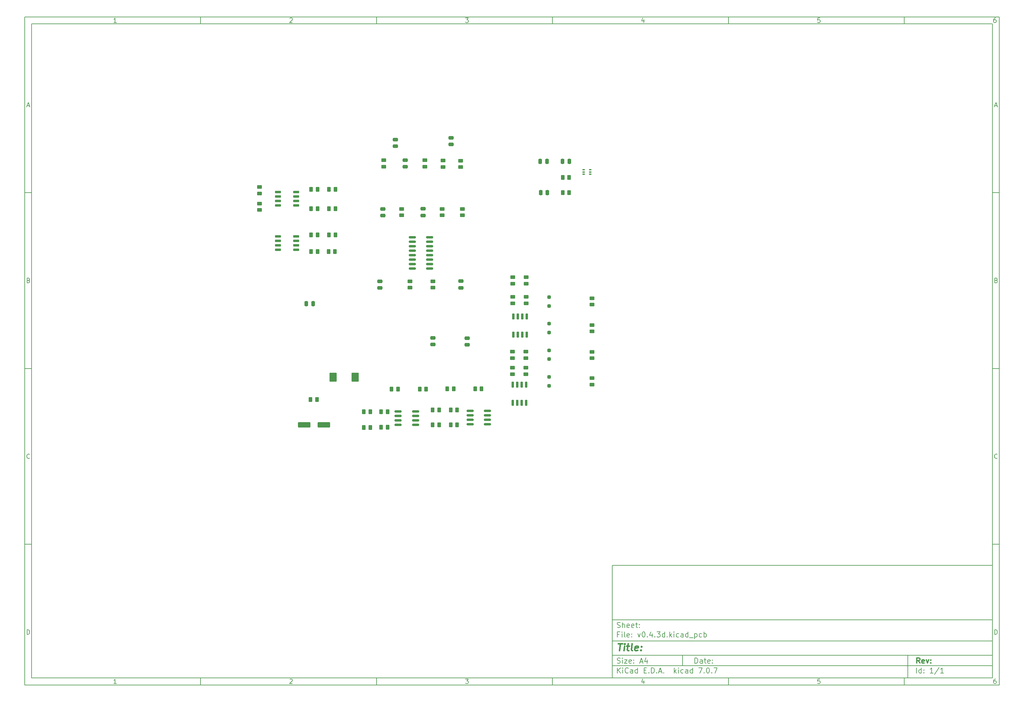
<source format=gbr>
%TF.GenerationSoftware,KiCad,Pcbnew,7.0.7*%
%TF.CreationDate,2024-10-02T11:43:54-03:00*%
%TF.ProjectId,v0.4.3d,76302e34-2e33-4642-9e6b-696361645f70,rev?*%
%TF.SameCoordinates,Original*%
%TF.FileFunction,Paste,Top*%
%TF.FilePolarity,Positive*%
%FSLAX46Y46*%
G04 Gerber Fmt 4.6, Leading zero omitted, Abs format (unit mm)*
G04 Created by KiCad (PCBNEW 7.0.7) date 2024-10-02 11:43:54*
%MOMM*%
%LPD*%
G01*
G04 APERTURE LIST*
G04 Aperture macros list*
%AMRoundRect*
0 Rectangle with rounded corners*
0 $1 Rounding radius*
0 $2 $3 $4 $5 $6 $7 $8 $9 X,Y pos of 4 corners*
0 Add a 4 corners polygon primitive as box body*
4,1,4,$2,$3,$4,$5,$6,$7,$8,$9,$2,$3,0*
0 Add four circle primitives for the rounded corners*
1,1,$1+$1,$2,$3*
1,1,$1+$1,$4,$5*
1,1,$1+$1,$6,$7*
1,1,$1+$1,$8,$9*
0 Add four rect primitives between the rounded corners*
20,1,$1+$1,$2,$3,$4,$5,0*
20,1,$1+$1,$4,$5,$6,$7,0*
20,1,$1+$1,$6,$7,$8,$9,0*
20,1,$1+$1,$8,$9,$2,$3,0*%
G04 Aperture macros list end*
%ADD10C,0.100000*%
%ADD11C,0.150000*%
%ADD12C,0.300000*%
%ADD13C,0.400000*%
%ADD14RoundRect,0.150000X-0.150000X0.725000X-0.150000X-0.725000X0.150000X-0.725000X0.150000X0.725000X0*%
%ADD15RoundRect,0.150000X0.725000X0.150000X-0.725000X0.150000X-0.725000X-0.150000X0.725000X-0.150000X0*%
%ADD16RoundRect,0.250000X0.450000X-0.262500X0.450000X0.262500X-0.450000X0.262500X-0.450000X-0.262500X0*%
%ADD17RoundRect,0.250000X-0.450000X0.262500X-0.450000X-0.262500X0.450000X-0.262500X0.450000X0.262500X0*%
%ADD18RoundRect,0.250000X-1.500000X-0.550000X1.500000X-0.550000X1.500000X0.550000X-1.500000X0.550000X0*%
%ADD19RoundRect,0.250000X0.250000X0.475000X-0.250000X0.475000X-0.250000X-0.475000X0.250000X-0.475000X0*%
%ADD20RoundRect,0.250000X0.262500X0.450000X-0.262500X0.450000X-0.262500X-0.450000X0.262500X-0.450000X0*%
%ADD21RoundRect,0.250000X-0.250000X-0.475000X0.250000X-0.475000X0.250000X0.475000X-0.250000X0.475000X0*%
%ADD22RoundRect,0.250000X-0.262500X-0.450000X0.262500X-0.450000X0.262500X0.450000X-0.262500X0.450000X0*%
%ADD23R,0.650000X0.400000*%
%ADD24RoundRect,0.150000X-0.825000X-0.150000X0.825000X-0.150000X0.825000X0.150000X-0.825000X0.150000X0*%
%ADD25RoundRect,0.250000X0.475000X-0.250000X0.475000X0.250000X-0.475000X0.250000X-0.475000X-0.250000X0*%
%ADD26RoundRect,0.250000X0.250000X-0.250000X0.250000X0.250000X-0.250000X0.250000X-0.250000X-0.250000X0*%
%ADD27RoundRect,0.250000X-0.475000X0.250000X-0.475000X-0.250000X0.475000X-0.250000X0.475000X0.250000X0*%
%ADD28RoundRect,0.250000X-0.787500X-1.025000X0.787500X-1.025000X0.787500X1.025000X-0.787500X1.025000X0*%
G04 APERTURE END LIST*
D10*
D11*
X177002200Y-166007200D02*
X285002200Y-166007200D01*
X285002200Y-198007200D01*
X177002200Y-198007200D01*
X177002200Y-166007200D01*
D10*
D11*
X10000000Y-10000000D02*
X287002200Y-10000000D01*
X287002200Y-200007200D01*
X10000000Y-200007200D01*
X10000000Y-10000000D01*
D10*
D11*
X12000000Y-12000000D02*
X285002200Y-12000000D01*
X285002200Y-198007200D01*
X12000000Y-198007200D01*
X12000000Y-12000000D01*
D10*
D11*
X60000000Y-12000000D02*
X60000000Y-10000000D01*
D10*
D11*
X110000000Y-12000000D02*
X110000000Y-10000000D01*
D10*
D11*
X160000000Y-12000000D02*
X160000000Y-10000000D01*
D10*
D11*
X210000000Y-12000000D02*
X210000000Y-10000000D01*
D10*
D11*
X260000000Y-12000000D02*
X260000000Y-10000000D01*
D10*
D11*
X36089160Y-11593604D02*
X35346303Y-11593604D01*
X35717731Y-11593604D02*
X35717731Y-10293604D01*
X35717731Y-10293604D02*
X35593922Y-10479319D01*
X35593922Y-10479319D02*
X35470112Y-10603128D01*
X35470112Y-10603128D02*
X35346303Y-10665033D01*
D10*
D11*
X85346303Y-10417414D02*
X85408207Y-10355509D01*
X85408207Y-10355509D02*
X85532017Y-10293604D01*
X85532017Y-10293604D02*
X85841541Y-10293604D01*
X85841541Y-10293604D02*
X85965350Y-10355509D01*
X85965350Y-10355509D02*
X86027255Y-10417414D01*
X86027255Y-10417414D02*
X86089160Y-10541223D01*
X86089160Y-10541223D02*
X86089160Y-10665033D01*
X86089160Y-10665033D02*
X86027255Y-10850747D01*
X86027255Y-10850747D02*
X85284398Y-11593604D01*
X85284398Y-11593604D02*
X86089160Y-11593604D01*
D10*
D11*
X135284398Y-10293604D02*
X136089160Y-10293604D01*
X136089160Y-10293604D02*
X135655826Y-10788842D01*
X135655826Y-10788842D02*
X135841541Y-10788842D01*
X135841541Y-10788842D02*
X135965350Y-10850747D01*
X135965350Y-10850747D02*
X136027255Y-10912652D01*
X136027255Y-10912652D02*
X136089160Y-11036461D01*
X136089160Y-11036461D02*
X136089160Y-11345985D01*
X136089160Y-11345985D02*
X136027255Y-11469795D01*
X136027255Y-11469795D02*
X135965350Y-11531700D01*
X135965350Y-11531700D02*
X135841541Y-11593604D01*
X135841541Y-11593604D02*
X135470112Y-11593604D01*
X135470112Y-11593604D02*
X135346303Y-11531700D01*
X135346303Y-11531700D02*
X135284398Y-11469795D01*
D10*
D11*
X185965350Y-10726938D02*
X185965350Y-11593604D01*
X185655826Y-10231700D02*
X185346303Y-11160271D01*
X185346303Y-11160271D02*
X186151064Y-11160271D01*
D10*
D11*
X236027255Y-10293604D02*
X235408207Y-10293604D01*
X235408207Y-10293604D02*
X235346303Y-10912652D01*
X235346303Y-10912652D02*
X235408207Y-10850747D01*
X235408207Y-10850747D02*
X235532017Y-10788842D01*
X235532017Y-10788842D02*
X235841541Y-10788842D01*
X235841541Y-10788842D02*
X235965350Y-10850747D01*
X235965350Y-10850747D02*
X236027255Y-10912652D01*
X236027255Y-10912652D02*
X236089160Y-11036461D01*
X236089160Y-11036461D02*
X236089160Y-11345985D01*
X236089160Y-11345985D02*
X236027255Y-11469795D01*
X236027255Y-11469795D02*
X235965350Y-11531700D01*
X235965350Y-11531700D02*
X235841541Y-11593604D01*
X235841541Y-11593604D02*
X235532017Y-11593604D01*
X235532017Y-11593604D02*
X235408207Y-11531700D01*
X235408207Y-11531700D02*
X235346303Y-11469795D01*
D10*
D11*
X285965350Y-10293604D02*
X285717731Y-10293604D01*
X285717731Y-10293604D02*
X285593922Y-10355509D01*
X285593922Y-10355509D02*
X285532017Y-10417414D01*
X285532017Y-10417414D02*
X285408207Y-10603128D01*
X285408207Y-10603128D02*
X285346303Y-10850747D01*
X285346303Y-10850747D02*
X285346303Y-11345985D01*
X285346303Y-11345985D02*
X285408207Y-11469795D01*
X285408207Y-11469795D02*
X285470112Y-11531700D01*
X285470112Y-11531700D02*
X285593922Y-11593604D01*
X285593922Y-11593604D02*
X285841541Y-11593604D01*
X285841541Y-11593604D02*
X285965350Y-11531700D01*
X285965350Y-11531700D02*
X286027255Y-11469795D01*
X286027255Y-11469795D02*
X286089160Y-11345985D01*
X286089160Y-11345985D02*
X286089160Y-11036461D01*
X286089160Y-11036461D02*
X286027255Y-10912652D01*
X286027255Y-10912652D02*
X285965350Y-10850747D01*
X285965350Y-10850747D02*
X285841541Y-10788842D01*
X285841541Y-10788842D02*
X285593922Y-10788842D01*
X285593922Y-10788842D02*
X285470112Y-10850747D01*
X285470112Y-10850747D02*
X285408207Y-10912652D01*
X285408207Y-10912652D02*
X285346303Y-11036461D01*
D10*
D11*
X60000000Y-198007200D02*
X60000000Y-200007200D01*
D10*
D11*
X110000000Y-198007200D02*
X110000000Y-200007200D01*
D10*
D11*
X160000000Y-198007200D02*
X160000000Y-200007200D01*
D10*
D11*
X210000000Y-198007200D02*
X210000000Y-200007200D01*
D10*
D11*
X260000000Y-198007200D02*
X260000000Y-200007200D01*
D10*
D11*
X36089160Y-199600804D02*
X35346303Y-199600804D01*
X35717731Y-199600804D02*
X35717731Y-198300804D01*
X35717731Y-198300804D02*
X35593922Y-198486519D01*
X35593922Y-198486519D02*
X35470112Y-198610328D01*
X35470112Y-198610328D02*
X35346303Y-198672233D01*
D10*
D11*
X85346303Y-198424614D02*
X85408207Y-198362709D01*
X85408207Y-198362709D02*
X85532017Y-198300804D01*
X85532017Y-198300804D02*
X85841541Y-198300804D01*
X85841541Y-198300804D02*
X85965350Y-198362709D01*
X85965350Y-198362709D02*
X86027255Y-198424614D01*
X86027255Y-198424614D02*
X86089160Y-198548423D01*
X86089160Y-198548423D02*
X86089160Y-198672233D01*
X86089160Y-198672233D02*
X86027255Y-198857947D01*
X86027255Y-198857947D02*
X85284398Y-199600804D01*
X85284398Y-199600804D02*
X86089160Y-199600804D01*
D10*
D11*
X135284398Y-198300804D02*
X136089160Y-198300804D01*
X136089160Y-198300804D02*
X135655826Y-198796042D01*
X135655826Y-198796042D02*
X135841541Y-198796042D01*
X135841541Y-198796042D02*
X135965350Y-198857947D01*
X135965350Y-198857947D02*
X136027255Y-198919852D01*
X136027255Y-198919852D02*
X136089160Y-199043661D01*
X136089160Y-199043661D02*
X136089160Y-199353185D01*
X136089160Y-199353185D02*
X136027255Y-199476995D01*
X136027255Y-199476995D02*
X135965350Y-199538900D01*
X135965350Y-199538900D02*
X135841541Y-199600804D01*
X135841541Y-199600804D02*
X135470112Y-199600804D01*
X135470112Y-199600804D02*
X135346303Y-199538900D01*
X135346303Y-199538900D02*
X135284398Y-199476995D01*
D10*
D11*
X185965350Y-198734138D02*
X185965350Y-199600804D01*
X185655826Y-198238900D02*
X185346303Y-199167471D01*
X185346303Y-199167471D02*
X186151064Y-199167471D01*
D10*
D11*
X236027255Y-198300804D02*
X235408207Y-198300804D01*
X235408207Y-198300804D02*
X235346303Y-198919852D01*
X235346303Y-198919852D02*
X235408207Y-198857947D01*
X235408207Y-198857947D02*
X235532017Y-198796042D01*
X235532017Y-198796042D02*
X235841541Y-198796042D01*
X235841541Y-198796042D02*
X235965350Y-198857947D01*
X235965350Y-198857947D02*
X236027255Y-198919852D01*
X236027255Y-198919852D02*
X236089160Y-199043661D01*
X236089160Y-199043661D02*
X236089160Y-199353185D01*
X236089160Y-199353185D02*
X236027255Y-199476995D01*
X236027255Y-199476995D02*
X235965350Y-199538900D01*
X235965350Y-199538900D02*
X235841541Y-199600804D01*
X235841541Y-199600804D02*
X235532017Y-199600804D01*
X235532017Y-199600804D02*
X235408207Y-199538900D01*
X235408207Y-199538900D02*
X235346303Y-199476995D01*
D10*
D11*
X285965350Y-198300804D02*
X285717731Y-198300804D01*
X285717731Y-198300804D02*
X285593922Y-198362709D01*
X285593922Y-198362709D02*
X285532017Y-198424614D01*
X285532017Y-198424614D02*
X285408207Y-198610328D01*
X285408207Y-198610328D02*
X285346303Y-198857947D01*
X285346303Y-198857947D02*
X285346303Y-199353185D01*
X285346303Y-199353185D02*
X285408207Y-199476995D01*
X285408207Y-199476995D02*
X285470112Y-199538900D01*
X285470112Y-199538900D02*
X285593922Y-199600804D01*
X285593922Y-199600804D02*
X285841541Y-199600804D01*
X285841541Y-199600804D02*
X285965350Y-199538900D01*
X285965350Y-199538900D02*
X286027255Y-199476995D01*
X286027255Y-199476995D02*
X286089160Y-199353185D01*
X286089160Y-199353185D02*
X286089160Y-199043661D01*
X286089160Y-199043661D02*
X286027255Y-198919852D01*
X286027255Y-198919852D02*
X285965350Y-198857947D01*
X285965350Y-198857947D02*
X285841541Y-198796042D01*
X285841541Y-198796042D02*
X285593922Y-198796042D01*
X285593922Y-198796042D02*
X285470112Y-198857947D01*
X285470112Y-198857947D02*
X285408207Y-198919852D01*
X285408207Y-198919852D02*
X285346303Y-199043661D01*
D10*
D11*
X10000000Y-60000000D02*
X12000000Y-60000000D01*
D10*
D11*
X10000000Y-110000000D02*
X12000000Y-110000000D01*
D10*
D11*
X10000000Y-160000000D02*
X12000000Y-160000000D01*
D10*
D11*
X10690476Y-35222176D02*
X11309523Y-35222176D01*
X10566666Y-35593604D02*
X10999999Y-34293604D01*
X10999999Y-34293604D02*
X11433333Y-35593604D01*
D10*
D11*
X11092857Y-84912652D02*
X11278571Y-84974557D01*
X11278571Y-84974557D02*
X11340476Y-85036461D01*
X11340476Y-85036461D02*
X11402380Y-85160271D01*
X11402380Y-85160271D02*
X11402380Y-85345985D01*
X11402380Y-85345985D02*
X11340476Y-85469795D01*
X11340476Y-85469795D02*
X11278571Y-85531700D01*
X11278571Y-85531700D02*
X11154761Y-85593604D01*
X11154761Y-85593604D02*
X10659523Y-85593604D01*
X10659523Y-85593604D02*
X10659523Y-84293604D01*
X10659523Y-84293604D02*
X11092857Y-84293604D01*
X11092857Y-84293604D02*
X11216666Y-84355509D01*
X11216666Y-84355509D02*
X11278571Y-84417414D01*
X11278571Y-84417414D02*
X11340476Y-84541223D01*
X11340476Y-84541223D02*
X11340476Y-84665033D01*
X11340476Y-84665033D02*
X11278571Y-84788842D01*
X11278571Y-84788842D02*
X11216666Y-84850747D01*
X11216666Y-84850747D02*
X11092857Y-84912652D01*
X11092857Y-84912652D02*
X10659523Y-84912652D01*
D10*
D11*
X11402380Y-135469795D02*
X11340476Y-135531700D01*
X11340476Y-135531700D02*
X11154761Y-135593604D01*
X11154761Y-135593604D02*
X11030952Y-135593604D01*
X11030952Y-135593604D02*
X10845238Y-135531700D01*
X10845238Y-135531700D02*
X10721428Y-135407890D01*
X10721428Y-135407890D02*
X10659523Y-135284080D01*
X10659523Y-135284080D02*
X10597619Y-135036461D01*
X10597619Y-135036461D02*
X10597619Y-134850747D01*
X10597619Y-134850747D02*
X10659523Y-134603128D01*
X10659523Y-134603128D02*
X10721428Y-134479319D01*
X10721428Y-134479319D02*
X10845238Y-134355509D01*
X10845238Y-134355509D02*
X11030952Y-134293604D01*
X11030952Y-134293604D02*
X11154761Y-134293604D01*
X11154761Y-134293604D02*
X11340476Y-134355509D01*
X11340476Y-134355509D02*
X11402380Y-134417414D01*
D10*
D11*
X10659523Y-185593604D02*
X10659523Y-184293604D01*
X10659523Y-184293604D02*
X10969047Y-184293604D01*
X10969047Y-184293604D02*
X11154761Y-184355509D01*
X11154761Y-184355509D02*
X11278571Y-184479319D01*
X11278571Y-184479319D02*
X11340476Y-184603128D01*
X11340476Y-184603128D02*
X11402380Y-184850747D01*
X11402380Y-184850747D02*
X11402380Y-185036461D01*
X11402380Y-185036461D02*
X11340476Y-185284080D01*
X11340476Y-185284080D02*
X11278571Y-185407890D01*
X11278571Y-185407890D02*
X11154761Y-185531700D01*
X11154761Y-185531700D02*
X10969047Y-185593604D01*
X10969047Y-185593604D02*
X10659523Y-185593604D01*
D10*
D11*
X287002200Y-60000000D02*
X285002200Y-60000000D01*
D10*
D11*
X287002200Y-110000000D02*
X285002200Y-110000000D01*
D10*
D11*
X287002200Y-160000000D02*
X285002200Y-160000000D01*
D10*
D11*
X285692676Y-35222176D02*
X286311723Y-35222176D01*
X285568866Y-35593604D02*
X286002199Y-34293604D01*
X286002199Y-34293604D02*
X286435533Y-35593604D01*
D10*
D11*
X286095057Y-84912652D02*
X286280771Y-84974557D01*
X286280771Y-84974557D02*
X286342676Y-85036461D01*
X286342676Y-85036461D02*
X286404580Y-85160271D01*
X286404580Y-85160271D02*
X286404580Y-85345985D01*
X286404580Y-85345985D02*
X286342676Y-85469795D01*
X286342676Y-85469795D02*
X286280771Y-85531700D01*
X286280771Y-85531700D02*
X286156961Y-85593604D01*
X286156961Y-85593604D02*
X285661723Y-85593604D01*
X285661723Y-85593604D02*
X285661723Y-84293604D01*
X285661723Y-84293604D02*
X286095057Y-84293604D01*
X286095057Y-84293604D02*
X286218866Y-84355509D01*
X286218866Y-84355509D02*
X286280771Y-84417414D01*
X286280771Y-84417414D02*
X286342676Y-84541223D01*
X286342676Y-84541223D02*
X286342676Y-84665033D01*
X286342676Y-84665033D02*
X286280771Y-84788842D01*
X286280771Y-84788842D02*
X286218866Y-84850747D01*
X286218866Y-84850747D02*
X286095057Y-84912652D01*
X286095057Y-84912652D02*
X285661723Y-84912652D01*
D10*
D11*
X286404580Y-135469795D02*
X286342676Y-135531700D01*
X286342676Y-135531700D02*
X286156961Y-135593604D01*
X286156961Y-135593604D02*
X286033152Y-135593604D01*
X286033152Y-135593604D02*
X285847438Y-135531700D01*
X285847438Y-135531700D02*
X285723628Y-135407890D01*
X285723628Y-135407890D02*
X285661723Y-135284080D01*
X285661723Y-135284080D02*
X285599819Y-135036461D01*
X285599819Y-135036461D02*
X285599819Y-134850747D01*
X285599819Y-134850747D02*
X285661723Y-134603128D01*
X285661723Y-134603128D02*
X285723628Y-134479319D01*
X285723628Y-134479319D02*
X285847438Y-134355509D01*
X285847438Y-134355509D02*
X286033152Y-134293604D01*
X286033152Y-134293604D02*
X286156961Y-134293604D01*
X286156961Y-134293604D02*
X286342676Y-134355509D01*
X286342676Y-134355509D02*
X286404580Y-134417414D01*
D10*
D11*
X285661723Y-185593604D02*
X285661723Y-184293604D01*
X285661723Y-184293604D02*
X285971247Y-184293604D01*
X285971247Y-184293604D02*
X286156961Y-184355509D01*
X286156961Y-184355509D02*
X286280771Y-184479319D01*
X286280771Y-184479319D02*
X286342676Y-184603128D01*
X286342676Y-184603128D02*
X286404580Y-184850747D01*
X286404580Y-184850747D02*
X286404580Y-185036461D01*
X286404580Y-185036461D02*
X286342676Y-185284080D01*
X286342676Y-185284080D02*
X286280771Y-185407890D01*
X286280771Y-185407890D02*
X286156961Y-185531700D01*
X286156961Y-185531700D02*
X285971247Y-185593604D01*
X285971247Y-185593604D02*
X285661723Y-185593604D01*
D10*
D11*
X200458026Y-193793328D02*
X200458026Y-192293328D01*
X200458026Y-192293328D02*
X200815169Y-192293328D01*
X200815169Y-192293328D02*
X201029455Y-192364757D01*
X201029455Y-192364757D02*
X201172312Y-192507614D01*
X201172312Y-192507614D02*
X201243741Y-192650471D01*
X201243741Y-192650471D02*
X201315169Y-192936185D01*
X201315169Y-192936185D02*
X201315169Y-193150471D01*
X201315169Y-193150471D02*
X201243741Y-193436185D01*
X201243741Y-193436185D02*
X201172312Y-193579042D01*
X201172312Y-193579042D02*
X201029455Y-193721900D01*
X201029455Y-193721900D02*
X200815169Y-193793328D01*
X200815169Y-193793328D02*
X200458026Y-193793328D01*
X202600884Y-193793328D02*
X202600884Y-193007614D01*
X202600884Y-193007614D02*
X202529455Y-192864757D01*
X202529455Y-192864757D02*
X202386598Y-192793328D01*
X202386598Y-192793328D02*
X202100884Y-192793328D01*
X202100884Y-192793328D02*
X201958026Y-192864757D01*
X202600884Y-193721900D02*
X202458026Y-193793328D01*
X202458026Y-193793328D02*
X202100884Y-193793328D01*
X202100884Y-193793328D02*
X201958026Y-193721900D01*
X201958026Y-193721900D02*
X201886598Y-193579042D01*
X201886598Y-193579042D02*
X201886598Y-193436185D01*
X201886598Y-193436185D02*
X201958026Y-193293328D01*
X201958026Y-193293328D02*
X202100884Y-193221900D01*
X202100884Y-193221900D02*
X202458026Y-193221900D01*
X202458026Y-193221900D02*
X202600884Y-193150471D01*
X203100884Y-192793328D02*
X203672312Y-192793328D01*
X203315169Y-192293328D02*
X203315169Y-193579042D01*
X203315169Y-193579042D02*
X203386598Y-193721900D01*
X203386598Y-193721900D02*
X203529455Y-193793328D01*
X203529455Y-193793328D02*
X203672312Y-193793328D01*
X204743741Y-193721900D02*
X204600884Y-193793328D01*
X204600884Y-193793328D02*
X204315170Y-193793328D01*
X204315170Y-193793328D02*
X204172312Y-193721900D01*
X204172312Y-193721900D02*
X204100884Y-193579042D01*
X204100884Y-193579042D02*
X204100884Y-193007614D01*
X204100884Y-193007614D02*
X204172312Y-192864757D01*
X204172312Y-192864757D02*
X204315170Y-192793328D01*
X204315170Y-192793328D02*
X204600884Y-192793328D01*
X204600884Y-192793328D02*
X204743741Y-192864757D01*
X204743741Y-192864757D02*
X204815170Y-193007614D01*
X204815170Y-193007614D02*
X204815170Y-193150471D01*
X204815170Y-193150471D02*
X204100884Y-193293328D01*
X205458026Y-193650471D02*
X205529455Y-193721900D01*
X205529455Y-193721900D02*
X205458026Y-193793328D01*
X205458026Y-193793328D02*
X205386598Y-193721900D01*
X205386598Y-193721900D02*
X205458026Y-193650471D01*
X205458026Y-193650471D02*
X205458026Y-193793328D01*
X205458026Y-192864757D02*
X205529455Y-192936185D01*
X205529455Y-192936185D02*
X205458026Y-193007614D01*
X205458026Y-193007614D02*
X205386598Y-192936185D01*
X205386598Y-192936185D02*
X205458026Y-192864757D01*
X205458026Y-192864757D02*
X205458026Y-193007614D01*
D10*
D11*
X177002200Y-194507200D02*
X285002200Y-194507200D01*
D10*
D11*
X178458026Y-196593328D02*
X178458026Y-195093328D01*
X179315169Y-196593328D02*
X178672312Y-195736185D01*
X179315169Y-195093328D02*
X178458026Y-195950471D01*
X179958026Y-196593328D02*
X179958026Y-195593328D01*
X179958026Y-195093328D02*
X179886598Y-195164757D01*
X179886598Y-195164757D02*
X179958026Y-195236185D01*
X179958026Y-195236185D02*
X180029455Y-195164757D01*
X180029455Y-195164757D02*
X179958026Y-195093328D01*
X179958026Y-195093328D02*
X179958026Y-195236185D01*
X181529455Y-196450471D02*
X181458027Y-196521900D01*
X181458027Y-196521900D02*
X181243741Y-196593328D01*
X181243741Y-196593328D02*
X181100884Y-196593328D01*
X181100884Y-196593328D02*
X180886598Y-196521900D01*
X180886598Y-196521900D02*
X180743741Y-196379042D01*
X180743741Y-196379042D02*
X180672312Y-196236185D01*
X180672312Y-196236185D02*
X180600884Y-195950471D01*
X180600884Y-195950471D02*
X180600884Y-195736185D01*
X180600884Y-195736185D02*
X180672312Y-195450471D01*
X180672312Y-195450471D02*
X180743741Y-195307614D01*
X180743741Y-195307614D02*
X180886598Y-195164757D01*
X180886598Y-195164757D02*
X181100884Y-195093328D01*
X181100884Y-195093328D02*
X181243741Y-195093328D01*
X181243741Y-195093328D02*
X181458027Y-195164757D01*
X181458027Y-195164757D02*
X181529455Y-195236185D01*
X182815170Y-196593328D02*
X182815170Y-195807614D01*
X182815170Y-195807614D02*
X182743741Y-195664757D01*
X182743741Y-195664757D02*
X182600884Y-195593328D01*
X182600884Y-195593328D02*
X182315170Y-195593328D01*
X182315170Y-195593328D02*
X182172312Y-195664757D01*
X182815170Y-196521900D02*
X182672312Y-196593328D01*
X182672312Y-196593328D02*
X182315170Y-196593328D01*
X182315170Y-196593328D02*
X182172312Y-196521900D01*
X182172312Y-196521900D02*
X182100884Y-196379042D01*
X182100884Y-196379042D02*
X182100884Y-196236185D01*
X182100884Y-196236185D02*
X182172312Y-196093328D01*
X182172312Y-196093328D02*
X182315170Y-196021900D01*
X182315170Y-196021900D02*
X182672312Y-196021900D01*
X182672312Y-196021900D02*
X182815170Y-195950471D01*
X184172313Y-196593328D02*
X184172313Y-195093328D01*
X184172313Y-196521900D02*
X184029455Y-196593328D01*
X184029455Y-196593328D02*
X183743741Y-196593328D01*
X183743741Y-196593328D02*
X183600884Y-196521900D01*
X183600884Y-196521900D02*
X183529455Y-196450471D01*
X183529455Y-196450471D02*
X183458027Y-196307614D01*
X183458027Y-196307614D02*
X183458027Y-195879042D01*
X183458027Y-195879042D02*
X183529455Y-195736185D01*
X183529455Y-195736185D02*
X183600884Y-195664757D01*
X183600884Y-195664757D02*
X183743741Y-195593328D01*
X183743741Y-195593328D02*
X184029455Y-195593328D01*
X184029455Y-195593328D02*
X184172313Y-195664757D01*
X186029455Y-195807614D02*
X186529455Y-195807614D01*
X186743741Y-196593328D02*
X186029455Y-196593328D01*
X186029455Y-196593328D02*
X186029455Y-195093328D01*
X186029455Y-195093328D02*
X186743741Y-195093328D01*
X187386598Y-196450471D02*
X187458027Y-196521900D01*
X187458027Y-196521900D02*
X187386598Y-196593328D01*
X187386598Y-196593328D02*
X187315170Y-196521900D01*
X187315170Y-196521900D02*
X187386598Y-196450471D01*
X187386598Y-196450471D02*
X187386598Y-196593328D01*
X188100884Y-196593328D02*
X188100884Y-195093328D01*
X188100884Y-195093328D02*
X188458027Y-195093328D01*
X188458027Y-195093328D02*
X188672313Y-195164757D01*
X188672313Y-195164757D02*
X188815170Y-195307614D01*
X188815170Y-195307614D02*
X188886599Y-195450471D01*
X188886599Y-195450471D02*
X188958027Y-195736185D01*
X188958027Y-195736185D02*
X188958027Y-195950471D01*
X188958027Y-195950471D02*
X188886599Y-196236185D01*
X188886599Y-196236185D02*
X188815170Y-196379042D01*
X188815170Y-196379042D02*
X188672313Y-196521900D01*
X188672313Y-196521900D02*
X188458027Y-196593328D01*
X188458027Y-196593328D02*
X188100884Y-196593328D01*
X189600884Y-196450471D02*
X189672313Y-196521900D01*
X189672313Y-196521900D02*
X189600884Y-196593328D01*
X189600884Y-196593328D02*
X189529456Y-196521900D01*
X189529456Y-196521900D02*
X189600884Y-196450471D01*
X189600884Y-196450471D02*
X189600884Y-196593328D01*
X190243742Y-196164757D02*
X190958028Y-196164757D01*
X190100885Y-196593328D02*
X190600885Y-195093328D01*
X190600885Y-195093328D02*
X191100885Y-196593328D01*
X191600884Y-196450471D02*
X191672313Y-196521900D01*
X191672313Y-196521900D02*
X191600884Y-196593328D01*
X191600884Y-196593328D02*
X191529456Y-196521900D01*
X191529456Y-196521900D02*
X191600884Y-196450471D01*
X191600884Y-196450471D02*
X191600884Y-196593328D01*
X194600884Y-196593328D02*
X194600884Y-195093328D01*
X194743742Y-196021900D02*
X195172313Y-196593328D01*
X195172313Y-195593328D02*
X194600884Y-196164757D01*
X195815170Y-196593328D02*
X195815170Y-195593328D01*
X195815170Y-195093328D02*
X195743742Y-195164757D01*
X195743742Y-195164757D02*
X195815170Y-195236185D01*
X195815170Y-195236185D02*
X195886599Y-195164757D01*
X195886599Y-195164757D02*
X195815170Y-195093328D01*
X195815170Y-195093328D02*
X195815170Y-195236185D01*
X197172314Y-196521900D02*
X197029456Y-196593328D01*
X197029456Y-196593328D02*
X196743742Y-196593328D01*
X196743742Y-196593328D02*
X196600885Y-196521900D01*
X196600885Y-196521900D02*
X196529456Y-196450471D01*
X196529456Y-196450471D02*
X196458028Y-196307614D01*
X196458028Y-196307614D02*
X196458028Y-195879042D01*
X196458028Y-195879042D02*
X196529456Y-195736185D01*
X196529456Y-195736185D02*
X196600885Y-195664757D01*
X196600885Y-195664757D02*
X196743742Y-195593328D01*
X196743742Y-195593328D02*
X197029456Y-195593328D01*
X197029456Y-195593328D02*
X197172314Y-195664757D01*
X198458028Y-196593328D02*
X198458028Y-195807614D01*
X198458028Y-195807614D02*
X198386599Y-195664757D01*
X198386599Y-195664757D02*
X198243742Y-195593328D01*
X198243742Y-195593328D02*
X197958028Y-195593328D01*
X197958028Y-195593328D02*
X197815170Y-195664757D01*
X198458028Y-196521900D02*
X198315170Y-196593328D01*
X198315170Y-196593328D02*
X197958028Y-196593328D01*
X197958028Y-196593328D02*
X197815170Y-196521900D01*
X197815170Y-196521900D02*
X197743742Y-196379042D01*
X197743742Y-196379042D02*
X197743742Y-196236185D01*
X197743742Y-196236185D02*
X197815170Y-196093328D01*
X197815170Y-196093328D02*
X197958028Y-196021900D01*
X197958028Y-196021900D02*
X198315170Y-196021900D01*
X198315170Y-196021900D02*
X198458028Y-195950471D01*
X199815171Y-196593328D02*
X199815171Y-195093328D01*
X199815171Y-196521900D02*
X199672313Y-196593328D01*
X199672313Y-196593328D02*
X199386599Y-196593328D01*
X199386599Y-196593328D02*
X199243742Y-196521900D01*
X199243742Y-196521900D02*
X199172313Y-196450471D01*
X199172313Y-196450471D02*
X199100885Y-196307614D01*
X199100885Y-196307614D02*
X199100885Y-195879042D01*
X199100885Y-195879042D02*
X199172313Y-195736185D01*
X199172313Y-195736185D02*
X199243742Y-195664757D01*
X199243742Y-195664757D02*
X199386599Y-195593328D01*
X199386599Y-195593328D02*
X199672313Y-195593328D01*
X199672313Y-195593328D02*
X199815171Y-195664757D01*
X201529456Y-195093328D02*
X202529456Y-195093328D01*
X202529456Y-195093328D02*
X201886599Y-196593328D01*
X203100884Y-196450471D02*
X203172313Y-196521900D01*
X203172313Y-196521900D02*
X203100884Y-196593328D01*
X203100884Y-196593328D02*
X203029456Y-196521900D01*
X203029456Y-196521900D02*
X203100884Y-196450471D01*
X203100884Y-196450471D02*
X203100884Y-196593328D01*
X204100885Y-195093328D02*
X204243742Y-195093328D01*
X204243742Y-195093328D02*
X204386599Y-195164757D01*
X204386599Y-195164757D02*
X204458028Y-195236185D01*
X204458028Y-195236185D02*
X204529456Y-195379042D01*
X204529456Y-195379042D02*
X204600885Y-195664757D01*
X204600885Y-195664757D02*
X204600885Y-196021900D01*
X204600885Y-196021900D02*
X204529456Y-196307614D01*
X204529456Y-196307614D02*
X204458028Y-196450471D01*
X204458028Y-196450471D02*
X204386599Y-196521900D01*
X204386599Y-196521900D02*
X204243742Y-196593328D01*
X204243742Y-196593328D02*
X204100885Y-196593328D01*
X204100885Y-196593328D02*
X203958028Y-196521900D01*
X203958028Y-196521900D02*
X203886599Y-196450471D01*
X203886599Y-196450471D02*
X203815170Y-196307614D01*
X203815170Y-196307614D02*
X203743742Y-196021900D01*
X203743742Y-196021900D02*
X203743742Y-195664757D01*
X203743742Y-195664757D02*
X203815170Y-195379042D01*
X203815170Y-195379042D02*
X203886599Y-195236185D01*
X203886599Y-195236185D02*
X203958028Y-195164757D01*
X203958028Y-195164757D02*
X204100885Y-195093328D01*
X205243741Y-196450471D02*
X205315170Y-196521900D01*
X205315170Y-196521900D02*
X205243741Y-196593328D01*
X205243741Y-196593328D02*
X205172313Y-196521900D01*
X205172313Y-196521900D02*
X205243741Y-196450471D01*
X205243741Y-196450471D02*
X205243741Y-196593328D01*
X205815170Y-195093328D02*
X206815170Y-195093328D01*
X206815170Y-195093328D02*
X206172313Y-196593328D01*
D10*
D11*
X177002200Y-191507200D02*
X285002200Y-191507200D01*
D10*
D12*
X264413853Y-193785528D02*
X263913853Y-193071242D01*
X263556710Y-193785528D02*
X263556710Y-192285528D01*
X263556710Y-192285528D02*
X264128139Y-192285528D01*
X264128139Y-192285528D02*
X264270996Y-192356957D01*
X264270996Y-192356957D02*
X264342425Y-192428385D01*
X264342425Y-192428385D02*
X264413853Y-192571242D01*
X264413853Y-192571242D02*
X264413853Y-192785528D01*
X264413853Y-192785528D02*
X264342425Y-192928385D01*
X264342425Y-192928385D02*
X264270996Y-192999814D01*
X264270996Y-192999814D02*
X264128139Y-193071242D01*
X264128139Y-193071242D02*
X263556710Y-193071242D01*
X265628139Y-193714100D02*
X265485282Y-193785528D01*
X265485282Y-193785528D02*
X265199568Y-193785528D01*
X265199568Y-193785528D02*
X265056710Y-193714100D01*
X265056710Y-193714100D02*
X264985282Y-193571242D01*
X264985282Y-193571242D02*
X264985282Y-192999814D01*
X264985282Y-192999814D02*
X265056710Y-192856957D01*
X265056710Y-192856957D02*
X265199568Y-192785528D01*
X265199568Y-192785528D02*
X265485282Y-192785528D01*
X265485282Y-192785528D02*
X265628139Y-192856957D01*
X265628139Y-192856957D02*
X265699568Y-192999814D01*
X265699568Y-192999814D02*
X265699568Y-193142671D01*
X265699568Y-193142671D02*
X264985282Y-193285528D01*
X266199567Y-192785528D02*
X266556710Y-193785528D01*
X266556710Y-193785528D02*
X266913853Y-192785528D01*
X267485281Y-193642671D02*
X267556710Y-193714100D01*
X267556710Y-193714100D02*
X267485281Y-193785528D01*
X267485281Y-193785528D02*
X267413853Y-193714100D01*
X267413853Y-193714100D02*
X267485281Y-193642671D01*
X267485281Y-193642671D02*
X267485281Y-193785528D01*
X267485281Y-192856957D02*
X267556710Y-192928385D01*
X267556710Y-192928385D02*
X267485281Y-192999814D01*
X267485281Y-192999814D02*
X267413853Y-192928385D01*
X267413853Y-192928385D02*
X267485281Y-192856957D01*
X267485281Y-192856957D02*
X267485281Y-192999814D01*
D10*
D11*
X178386598Y-193721900D02*
X178600884Y-193793328D01*
X178600884Y-193793328D02*
X178958026Y-193793328D01*
X178958026Y-193793328D02*
X179100884Y-193721900D01*
X179100884Y-193721900D02*
X179172312Y-193650471D01*
X179172312Y-193650471D02*
X179243741Y-193507614D01*
X179243741Y-193507614D02*
X179243741Y-193364757D01*
X179243741Y-193364757D02*
X179172312Y-193221900D01*
X179172312Y-193221900D02*
X179100884Y-193150471D01*
X179100884Y-193150471D02*
X178958026Y-193079042D01*
X178958026Y-193079042D02*
X178672312Y-193007614D01*
X178672312Y-193007614D02*
X178529455Y-192936185D01*
X178529455Y-192936185D02*
X178458026Y-192864757D01*
X178458026Y-192864757D02*
X178386598Y-192721900D01*
X178386598Y-192721900D02*
X178386598Y-192579042D01*
X178386598Y-192579042D02*
X178458026Y-192436185D01*
X178458026Y-192436185D02*
X178529455Y-192364757D01*
X178529455Y-192364757D02*
X178672312Y-192293328D01*
X178672312Y-192293328D02*
X179029455Y-192293328D01*
X179029455Y-192293328D02*
X179243741Y-192364757D01*
X179886597Y-193793328D02*
X179886597Y-192793328D01*
X179886597Y-192293328D02*
X179815169Y-192364757D01*
X179815169Y-192364757D02*
X179886597Y-192436185D01*
X179886597Y-192436185D02*
X179958026Y-192364757D01*
X179958026Y-192364757D02*
X179886597Y-192293328D01*
X179886597Y-192293328D02*
X179886597Y-192436185D01*
X180458026Y-192793328D02*
X181243741Y-192793328D01*
X181243741Y-192793328D02*
X180458026Y-193793328D01*
X180458026Y-193793328D02*
X181243741Y-193793328D01*
X182386598Y-193721900D02*
X182243741Y-193793328D01*
X182243741Y-193793328D02*
X181958027Y-193793328D01*
X181958027Y-193793328D02*
X181815169Y-193721900D01*
X181815169Y-193721900D02*
X181743741Y-193579042D01*
X181743741Y-193579042D02*
X181743741Y-193007614D01*
X181743741Y-193007614D02*
X181815169Y-192864757D01*
X181815169Y-192864757D02*
X181958027Y-192793328D01*
X181958027Y-192793328D02*
X182243741Y-192793328D01*
X182243741Y-192793328D02*
X182386598Y-192864757D01*
X182386598Y-192864757D02*
X182458027Y-193007614D01*
X182458027Y-193007614D02*
X182458027Y-193150471D01*
X182458027Y-193150471D02*
X181743741Y-193293328D01*
X183100883Y-193650471D02*
X183172312Y-193721900D01*
X183172312Y-193721900D02*
X183100883Y-193793328D01*
X183100883Y-193793328D02*
X183029455Y-193721900D01*
X183029455Y-193721900D02*
X183100883Y-193650471D01*
X183100883Y-193650471D02*
X183100883Y-193793328D01*
X183100883Y-192864757D02*
X183172312Y-192936185D01*
X183172312Y-192936185D02*
X183100883Y-193007614D01*
X183100883Y-193007614D02*
X183029455Y-192936185D01*
X183029455Y-192936185D02*
X183100883Y-192864757D01*
X183100883Y-192864757D02*
X183100883Y-193007614D01*
X184886598Y-193364757D02*
X185600884Y-193364757D01*
X184743741Y-193793328D02*
X185243741Y-192293328D01*
X185243741Y-192293328D02*
X185743741Y-193793328D01*
X186886598Y-192793328D02*
X186886598Y-193793328D01*
X186529455Y-192221900D02*
X186172312Y-193293328D01*
X186172312Y-193293328D02*
X187100883Y-193293328D01*
D10*
D11*
X263458026Y-196593328D02*
X263458026Y-195093328D01*
X264815170Y-196593328D02*
X264815170Y-195093328D01*
X264815170Y-196521900D02*
X264672312Y-196593328D01*
X264672312Y-196593328D02*
X264386598Y-196593328D01*
X264386598Y-196593328D02*
X264243741Y-196521900D01*
X264243741Y-196521900D02*
X264172312Y-196450471D01*
X264172312Y-196450471D02*
X264100884Y-196307614D01*
X264100884Y-196307614D02*
X264100884Y-195879042D01*
X264100884Y-195879042D02*
X264172312Y-195736185D01*
X264172312Y-195736185D02*
X264243741Y-195664757D01*
X264243741Y-195664757D02*
X264386598Y-195593328D01*
X264386598Y-195593328D02*
X264672312Y-195593328D01*
X264672312Y-195593328D02*
X264815170Y-195664757D01*
X265529455Y-196450471D02*
X265600884Y-196521900D01*
X265600884Y-196521900D02*
X265529455Y-196593328D01*
X265529455Y-196593328D02*
X265458027Y-196521900D01*
X265458027Y-196521900D02*
X265529455Y-196450471D01*
X265529455Y-196450471D02*
X265529455Y-196593328D01*
X265529455Y-195664757D02*
X265600884Y-195736185D01*
X265600884Y-195736185D02*
X265529455Y-195807614D01*
X265529455Y-195807614D02*
X265458027Y-195736185D01*
X265458027Y-195736185D02*
X265529455Y-195664757D01*
X265529455Y-195664757D02*
X265529455Y-195807614D01*
X268172313Y-196593328D02*
X267315170Y-196593328D01*
X267743741Y-196593328D02*
X267743741Y-195093328D01*
X267743741Y-195093328D02*
X267600884Y-195307614D01*
X267600884Y-195307614D02*
X267458027Y-195450471D01*
X267458027Y-195450471D02*
X267315170Y-195521900D01*
X269886598Y-195021900D02*
X268600884Y-196950471D01*
X271172313Y-196593328D02*
X270315170Y-196593328D01*
X270743741Y-196593328D02*
X270743741Y-195093328D01*
X270743741Y-195093328D02*
X270600884Y-195307614D01*
X270600884Y-195307614D02*
X270458027Y-195450471D01*
X270458027Y-195450471D02*
X270315170Y-195521900D01*
D10*
D11*
X177002200Y-187507200D02*
X285002200Y-187507200D01*
D10*
D13*
X178693928Y-188211638D02*
X179836785Y-188211638D01*
X179015357Y-190211638D02*
X179265357Y-188211638D01*
X180253452Y-190211638D02*
X180420119Y-188878304D01*
X180503452Y-188211638D02*
X180396309Y-188306876D01*
X180396309Y-188306876D02*
X180479643Y-188402114D01*
X180479643Y-188402114D02*
X180586786Y-188306876D01*
X180586786Y-188306876D02*
X180503452Y-188211638D01*
X180503452Y-188211638D02*
X180479643Y-188402114D01*
X181086786Y-188878304D02*
X181848690Y-188878304D01*
X181455833Y-188211638D02*
X181241548Y-189925923D01*
X181241548Y-189925923D02*
X181312976Y-190116400D01*
X181312976Y-190116400D02*
X181491548Y-190211638D01*
X181491548Y-190211638D02*
X181682024Y-190211638D01*
X182634405Y-190211638D02*
X182455833Y-190116400D01*
X182455833Y-190116400D02*
X182384405Y-189925923D01*
X182384405Y-189925923D02*
X182598690Y-188211638D01*
X184170119Y-190116400D02*
X183967738Y-190211638D01*
X183967738Y-190211638D02*
X183586785Y-190211638D01*
X183586785Y-190211638D02*
X183408214Y-190116400D01*
X183408214Y-190116400D02*
X183336785Y-189925923D01*
X183336785Y-189925923D02*
X183432024Y-189164019D01*
X183432024Y-189164019D02*
X183551071Y-188973542D01*
X183551071Y-188973542D02*
X183753452Y-188878304D01*
X183753452Y-188878304D02*
X184134404Y-188878304D01*
X184134404Y-188878304D02*
X184312976Y-188973542D01*
X184312976Y-188973542D02*
X184384404Y-189164019D01*
X184384404Y-189164019D02*
X184360595Y-189354495D01*
X184360595Y-189354495D02*
X183384404Y-189544971D01*
X185134405Y-190021161D02*
X185217738Y-190116400D01*
X185217738Y-190116400D02*
X185110595Y-190211638D01*
X185110595Y-190211638D02*
X185027262Y-190116400D01*
X185027262Y-190116400D02*
X185134405Y-190021161D01*
X185134405Y-190021161D02*
X185110595Y-190211638D01*
X185265357Y-188973542D02*
X185348690Y-189068780D01*
X185348690Y-189068780D02*
X185241548Y-189164019D01*
X185241548Y-189164019D02*
X185158214Y-189068780D01*
X185158214Y-189068780D02*
X185265357Y-188973542D01*
X185265357Y-188973542D02*
X185241548Y-189164019D01*
D10*
D11*
X178958026Y-185607614D02*
X178458026Y-185607614D01*
X178458026Y-186393328D02*
X178458026Y-184893328D01*
X178458026Y-184893328D02*
X179172312Y-184893328D01*
X179743740Y-186393328D02*
X179743740Y-185393328D01*
X179743740Y-184893328D02*
X179672312Y-184964757D01*
X179672312Y-184964757D02*
X179743740Y-185036185D01*
X179743740Y-185036185D02*
X179815169Y-184964757D01*
X179815169Y-184964757D02*
X179743740Y-184893328D01*
X179743740Y-184893328D02*
X179743740Y-185036185D01*
X180672312Y-186393328D02*
X180529455Y-186321900D01*
X180529455Y-186321900D02*
X180458026Y-186179042D01*
X180458026Y-186179042D02*
X180458026Y-184893328D01*
X181815169Y-186321900D02*
X181672312Y-186393328D01*
X181672312Y-186393328D02*
X181386598Y-186393328D01*
X181386598Y-186393328D02*
X181243740Y-186321900D01*
X181243740Y-186321900D02*
X181172312Y-186179042D01*
X181172312Y-186179042D02*
X181172312Y-185607614D01*
X181172312Y-185607614D02*
X181243740Y-185464757D01*
X181243740Y-185464757D02*
X181386598Y-185393328D01*
X181386598Y-185393328D02*
X181672312Y-185393328D01*
X181672312Y-185393328D02*
X181815169Y-185464757D01*
X181815169Y-185464757D02*
X181886598Y-185607614D01*
X181886598Y-185607614D02*
X181886598Y-185750471D01*
X181886598Y-185750471D02*
X181172312Y-185893328D01*
X182529454Y-186250471D02*
X182600883Y-186321900D01*
X182600883Y-186321900D02*
X182529454Y-186393328D01*
X182529454Y-186393328D02*
X182458026Y-186321900D01*
X182458026Y-186321900D02*
X182529454Y-186250471D01*
X182529454Y-186250471D02*
X182529454Y-186393328D01*
X182529454Y-185464757D02*
X182600883Y-185536185D01*
X182600883Y-185536185D02*
X182529454Y-185607614D01*
X182529454Y-185607614D02*
X182458026Y-185536185D01*
X182458026Y-185536185D02*
X182529454Y-185464757D01*
X182529454Y-185464757D02*
X182529454Y-185607614D01*
X184243740Y-185393328D02*
X184600883Y-186393328D01*
X184600883Y-186393328D02*
X184958026Y-185393328D01*
X185815169Y-184893328D02*
X185958026Y-184893328D01*
X185958026Y-184893328D02*
X186100883Y-184964757D01*
X186100883Y-184964757D02*
X186172312Y-185036185D01*
X186172312Y-185036185D02*
X186243740Y-185179042D01*
X186243740Y-185179042D02*
X186315169Y-185464757D01*
X186315169Y-185464757D02*
X186315169Y-185821900D01*
X186315169Y-185821900D02*
X186243740Y-186107614D01*
X186243740Y-186107614D02*
X186172312Y-186250471D01*
X186172312Y-186250471D02*
X186100883Y-186321900D01*
X186100883Y-186321900D02*
X185958026Y-186393328D01*
X185958026Y-186393328D02*
X185815169Y-186393328D01*
X185815169Y-186393328D02*
X185672312Y-186321900D01*
X185672312Y-186321900D02*
X185600883Y-186250471D01*
X185600883Y-186250471D02*
X185529454Y-186107614D01*
X185529454Y-186107614D02*
X185458026Y-185821900D01*
X185458026Y-185821900D02*
X185458026Y-185464757D01*
X185458026Y-185464757D02*
X185529454Y-185179042D01*
X185529454Y-185179042D02*
X185600883Y-185036185D01*
X185600883Y-185036185D02*
X185672312Y-184964757D01*
X185672312Y-184964757D02*
X185815169Y-184893328D01*
X186958025Y-186250471D02*
X187029454Y-186321900D01*
X187029454Y-186321900D02*
X186958025Y-186393328D01*
X186958025Y-186393328D02*
X186886597Y-186321900D01*
X186886597Y-186321900D02*
X186958025Y-186250471D01*
X186958025Y-186250471D02*
X186958025Y-186393328D01*
X188315169Y-185393328D02*
X188315169Y-186393328D01*
X187958026Y-184821900D02*
X187600883Y-185893328D01*
X187600883Y-185893328D02*
X188529454Y-185893328D01*
X189100882Y-186250471D02*
X189172311Y-186321900D01*
X189172311Y-186321900D02*
X189100882Y-186393328D01*
X189100882Y-186393328D02*
X189029454Y-186321900D01*
X189029454Y-186321900D02*
X189100882Y-186250471D01*
X189100882Y-186250471D02*
X189100882Y-186393328D01*
X189672311Y-184893328D02*
X190600883Y-184893328D01*
X190600883Y-184893328D02*
X190100883Y-185464757D01*
X190100883Y-185464757D02*
X190315168Y-185464757D01*
X190315168Y-185464757D02*
X190458026Y-185536185D01*
X190458026Y-185536185D02*
X190529454Y-185607614D01*
X190529454Y-185607614D02*
X190600883Y-185750471D01*
X190600883Y-185750471D02*
X190600883Y-186107614D01*
X190600883Y-186107614D02*
X190529454Y-186250471D01*
X190529454Y-186250471D02*
X190458026Y-186321900D01*
X190458026Y-186321900D02*
X190315168Y-186393328D01*
X190315168Y-186393328D02*
X189886597Y-186393328D01*
X189886597Y-186393328D02*
X189743740Y-186321900D01*
X189743740Y-186321900D02*
X189672311Y-186250471D01*
X191886597Y-186393328D02*
X191886597Y-184893328D01*
X191886597Y-186321900D02*
X191743739Y-186393328D01*
X191743739Y-186393328D02*
X191458025Y-186393328D01*
X191458025Y-186393328D02*
X191315168Y-186321900D01*
X191315168Y-186321900D02*
X191243739Y-186250471D01*
X191243739Y-186250471D02*
X191172311Y-186107614D01*
X191172311Y-186107614D02*
X191172311Y-185679042D01*
X191172311Y-185679042D02*
X191243739Y-185536185D01*
X191243739Y-185536185D02*
X191315168Y-185464757D01*
X191315168Y-185464757D02*
X191458025Y-185393328D01*
X191458025Y-185393328D02*
X191743739Y-185393328D01*
X191743739Y-185393328D02*
X191886597Y-185464757D01*
X192600882Y-186250471D02*
X192672311Y-186321900D01*
X192672311Y-186321900D02*
X192600882Y-186393328D01*
X192600882Y-186393328D02*
X192529454Y-186321900D01*
X192529454Y-186321900D02*
X192600882Y-186250471D01*
X192600882Y-186250471D02*
X192600882Y-186393328D01*
X193315168Y-186393328D02*
X193315168Y-184893328D01*
X193458026Y-185821900D02*
X193886597Y-186393328D01*
X193886597Y-185393328D02*
X193315168Y-185964757D01*
X194529454Y-186393328D02*
X194529454Y-185393328D01*
X194529454Y-184893328D02*
X194458026Y-184964757D01*
X194458026Y-184964757D02*
X194529454Y-185036185D01*
X194529454Y-185036185D02*
X194600883Y-184964757D01*
X194600883Y-184964757D02*
X194529454Y-184893328D01*
X194529454Y-184893328D02*
X194529454Y-185036185D01*
X195886598Y-186321900D02*
X195743740Y-186393328D01*
X195743740Y-186393328D02*
X195458026Y-186393328D01*
X195458026Y-186393328D02*
X195315169Y-186321900D01*
X195315169Y-186321900D02*
X195243740Y-186250471D01*
X195243740Y-186250471D02*
X195172312Y-186107614D01*
X195172312Y-186107614D02*
X195172312Y-185679042D01*
X195172312Y-185679042D02*
X195243740Y-185536185D01*
X195243740Y-185536185D02*
X195315169Y-185464757D01*
X195315169Y-185464757D02*
X195458026Y-185393328D01*
X195458026Y-185393328D02*
X195743740Y-185393328D01*
X195743740Y-185393328D02*
X195886598Y-185464757D01*
X197172312Y-186393328D02*
X197172312Y-185607614D01*
X197172312Y-185607614D02*
X197100883Y-185464757D01*
X197100883Y-185464757D02*
X196958026Y-185393328D01*
X196958026Y-185393328D02*
X196672312Y-185393328D01*
X196672312Y-185393328D02*
X196529454Y-185464757D01*
X197172312Y-186321900D02*
X197029454Y-186393328D01*
X197029454Y-186393328D02*
X196672312Y-186393328D01*
X196672312Y-186393328D02*
X196529454Y-186321900D01*
X196529454Y-186321900D02*
X196458026Y-186179042D01*
X196458026Y-186179042D02*
X196458026Y-186036185D01*
X196458026Y-186036185D02*
X196529454Y-185893328D01*
X196529454Y-185893328D02*
X196672312Y-185821900D01*
X196672312Y-185821900D02*
X197029454Y-185821900D01*
X197029454Y-185821900D02*
X197172312Y-185750471D01*
X198529455Y-186393328D02*
X198529455Y-184893328D01*
X198529455Y-186321900D02*
X198386597Y-186393328D01*
X198386597Y-186393328D02*
X198100883Y-186393328D01*
X198100883Y-186393328D02*
X197958026Y-186321900D01*
X197958026Y-186321900D02*
X197886597Y-186250471D01*
X197886597Y-186250471D02*
X197815169Y-186107614D01*
X197815169Y-186107614D02*
X197815169Y-185679042D01*
X197815169Y-185679042D02*
X197886597Y-185536185D01*
X197886597Y-185536185D02*
X197958026Y-185464757D01*
X197958026Y-185464757D02*
X198100883Y-185393328D01*
X198100883Y-185393328D02*
X198386597Y-185393328D01*
X198386597Y-185393328D02*
X198529455Y-185464757D01*
X198886598Y-186536185D02*
X200029455Y-186536185D01*
X200386597Y-185393328D02*
X200386597Y-186893328D01*
X200386597Y-185464757D02*
X200529455Y-185393328D01*
X200529455Y-185393328D02*
X200815169Y-185393328D01*
X200815169Y-185393328D02*
X200958026Y-185464757D01*
X200958026Y-185464757D02*
X201029455Y-185536185D01*
X201029455Y-185536185D02*
X201100883Y-185679042D01*
X201100883Y-185679042D02*
X201100883Y-186107614D01*
X201100883Y-186107614D02*
X201029455Y-186250471D01*
X201029455Y-186250471D02*
X200958026Y-186321900D01*
X200958026Y-186321900D02*
X200815169Y-186393328D01*
X200815169Y-186393328D02*
X200529455Y-186393328D01*
X200529455Y-186393328D02*
X200386597Y-186321900D01*
X202386598Y-186321900D02*
X202243740Y-186393328D01*
X202243740Y-186393328D02*
X201958026Y-186393328D01*
X201958026Y-186393328D02*
X201815169Y-186321900D01*
X201815169Y-186321900D02*
X201743740Y-186250471D01*
X201743740Y-186250471D02*
X201672312Y-186107614D01*
X201672312Y-186107614D02*
X201672312Y-185679042D01*
X201672312Y-185679042D02*
X201743740Y-185536185D01*
X201743740Y-185536185D02*
X201815169Y-185464757D01*
X201815169Y-185464757D02*
X201958026Y-185393328D01*
X201958026Y-185393328D02*
X202243740Y-185393328D01*
X202243740Y-185393328D02*
X202386598Y-185464757D01*
X203029454Y-186393328D02*
X203029454Y-184893328D01*
X203029454Y-185464757D02*
X203172312Y-185393328D01*
X203172312Y-185393328D02*
X203458026Y-185393328D01*
X203458026Y-185393328D02*
X203600883Y-185464757D01*
X203600883Y-185464757D02*
X203672312Y-185536185D01*
X203672312Y-185536185D02*
X203743740Y-185679042D01*
X203743740Y-185679042D02*
X203743740Y-186107614D01*
X203743740Y-186107614D02*
X203672312Y-186250471D01*
X203672312Y-186250471D02*
X203600883Y-186321900D01*
X203600883Y-186321900D02*
X203458026Y-186393328D01*
X203458026Y-186393328D02*
X203172312Y-186393328D01*
X203172312Y-186393328D02*
X203029454Y-186321900D01*
D10*
D11*
X177002200Y-181507200D02*
X285002200Y-181507200D01*
D10*
D11*
X178386598Y-183621900D02*
X178600884Y-183693328D01*
X178600884Y-183693328D02*
X178958026Y-183693328D01*
X178958026Y-183693328D02*
X179100884Y-183621900D01*
X179100884Y-183621900D02*
X179172312Y-183550471D01*
X179172312Y-183550471D02*
X179243741Y-183407614D01*
X179243741Y-183407614D02*
X179243741Y-183264757D01*
X179243741Y-183264757D02*
X179172312Y-183121900D01*
X179172312Y-183121900D02*
X179100884Y-183050471D01*
X179100884Y-183050471D02*
X178958026Y-182979042D01*
X178958026Y-182979042D02*
X178672312Y-182907614D01*
X178672312Y-182907614D02*
X178529455Y-182836185D01*
X178529455Y-182836185D02*
X178458026Y-182764757D01*
X178458026Y-182764757D02*
X178386598Y-182621900D01*
X178386598Y-182621900D02*
X178386598Y-182479042D01*
X178386598Y-182479042D02*
X178458026Y-182336185D01*
X178458026Y-182336185D02*
X178529455Y-182264757D01*
X178529455Y-182264757D02*
X178672312Y-182193328D01*
X178672312Y-182193328D02*
X179029455Y-182193328D01*
X179029455Y-182193328D02*
X179243741Y-182264757D01*
X179886597Y-183693328D02*
X179886597Y-182193328D01*
X180529455Y-183693328D02*
X180529455Y-182907614D01*
X180529455Y-182907614D02*
X180458026Y-182764757D01*
X180458026Y-182764757D02*
X180315169Y-182693328D01*
X180315169Y-182693328D02*
X180100883Y-182693328D01*
X180100883Y-182693328D02*
X179958026Y-182764757D01*
X179958026Y-182764757D02*
X179886597Y-182836185D01*
X181815169Y-183621900D02*
X181672312Y-183693328D01*
X181672312Y-183693328D02*
X181386598Y-183693328D01*
X181386598Y-183693328D02*
X181243740Y-183621900D01*
X181243740Y-183621900D02*
X181172312Y-183479042D01*
X181172312Y-183479042D02*
X181172312Y-182907614D01*
X181172312Y-182907614D02*
X181243740Y-182764757D01*
X181243740Y-182764757D02*
X181386598Y-182693328D01*
X181386598Y-182693328D02*
X181672312Y-182693328D01*
X181672312Y-182693328D02*
X181815169Y-182764757D01*
X181815169Y-182764757D02*
X181886598Y-182907614D01*
X181886598Y-182907614D02*
X181886598Y-183050471D01*
X181886598Y-183050471D02*
X181172312Y-183193328D01*
X183100883Y-183621900D02*
X182958026Y-183693328D01*
X182958026Y-183693328D02*
X182672312Y-183693328D01*
X182672312Y-183693328D02*
X182529454Y-183621900D01*
X182529454Y-183621900D02*
X182458026Y-183479042D01*
X182458026Y-183479042D02*
X182458026Y-182907614D01*
X182458026Y-182907614D02*
X182529454Y-182764757D01*
X182529454Y-182764757D02*
X182672312Y-182693328D01*
X182672312Y-182693328D02*
X182958026Y-182693328D01*
X182958026Y-182693328D02*
X183100883Y-182764757D01*
X183100883Y-182764757D02*
X183172312Y-182907614D01*
X183172312Y-182907614D02*
X183172312Y-183050471D01*
X183172312Y-183050471D02*
X182458026Y-183193328D01*
X183600883Y-182693328D02*
X184172311Y-182693328D01*
X183815168Y-182193328D02*
X183815168Y-183479042D01*
X183815168Y-183479042D02*
X183886597Y-183621900D01*
X183886597Y-183621900D02*
X184029454Y-183693328D01*
X184029454Y-183693328D02*
X184172311Y-183693328D01*
X184672311Y-183550471D02*
X184743740Y-183621900D01*
X184743740Y-183621900D02*
X184672311Y-183693328D01*
X184672311Y-183693328D02*
X184600883Y-183621900D01*
X184600883Y-183621900D02*
X184672311Y-183550471D01*
X184672311Y-183550471D02*
X184672311Y-183693328D01*
X184672311Y-182764757D02*
X184743740Y-182836185D01*
X184743740Y-182836185D02*
X184672311Y-182907614D01*
X184672311Y-182907614D02*
X184600883Y-182836185D01*
X184600883Y-182836185D02*
X184672311Y-182764757D01*
X184672311Y-182764757D02*
X184672311Y-182907614D01*
D10*
D12*
D10*
D11*
D10*
D11*
D10*
D11*
D10*
D11*
D10*
D11*
X197002200Y-191507200D02*
X197002200Y-194507200D01*
D10*
D11*
X261002200Y-191507200D02*
X261002200Y-198007200D01*
D14*
%TO.C,U10*%
X152527000Y-114581000D03*
X151257000Y-114581000D03*
X149987000Y-114581000D03*
X148717000Y-114581000D03*
X148717000Y-119731000D03*
X149987000Y-119731000D03*
X151257000Y-119731000D03*
X152527000Y-119731000D03*
%TD*%
D15*
%TO.C,U7*%
X87157000Y-63627000D03*
X87157000Y-62357000D03*
X87157000Y-61087000D03*
X87157000Y-59817000D03*
X82007000Y-59817000D03*
X82007000Y-61087000D03*
X82007000Y-62357000D03*
X82007000Y-63627000D03*
%TD*%
D14*
%TO.C,U4*%
X152654000Y-95215000D03*
X151384000Y-95215000D03*
X150114000Y-95215000D03*
X148844000Y-95215000D03*
X148844000Y-100365000D03*
X150114000Y-100365000D03*
X151384000Y-100365000D03*
X152654000Y-100365000D03*
%TD*%
D15*
%TO.C,U3*%
X87157000Y-76200000D03*
X87157000Y-74930000D03*
X87157000Y-73660000D03*
X87157000Y-72390000D03*
X82007000Y-72390000D03*
X82007000Y-73660000D03*
X82007000Y-74930000D03*
X82007000Y-76200000D03*
%TD*%
D16*
%TO.C,R63*%
X76708000Y-64920500D03*
X76708000Y-63095500D03*
%TD*%
D17*
%TO.C,R62*%
X76708000Y-58396500D03*
X76708000Y-60221500D03*
%TD*%
D18*
%TO.C,C21*%
X89402000Y-125984000D03*
X95002000Y-125984000D03*
%TD*%
D19*
%TO.C,C16*%
X164780000Y-51054000D03*
X162880000Y-51054000D03*
%TD*%
D20*
%TO.C,R8*%
X132882400Y-126017000D03*
X131057400Y-126017000D03*
%TD*%
D21*
%TO.C,C23*%
X156530000Y-51054000D03*
X158430000Y-51054000D03*
%TD*%
D22*
%TO.C,R13*%
X91416500Y-76708000D03*
X93241500Y-76708000D03*
%TD*%
D20*
%TO.C,R22*%
X113117500Y-126725000D03*
X111292500Y-126725000D03*
%TD*%
D16*
%TO.C,R32*%
X117133250Y-66444500D03*
X117133250Y-64619500D03*
%TD*%
D20*
%TO.C,R3*%
X127785500Y-121748400D03*
X125960500Y-121748400D03*
%TD*%
D17*
%TO.C,R38*%
X112060300Y-50752700D03*
X112060300Y-52577700D03*
%TD*%
D23*
%TO.C,Q7*%
X170749000Y-54752000D03*
X170749000Y-54102000D03*
X170749000Y-53452000D03*
X168849000Y-53452000D03*
X168849000Y-54102000D03*
X168849000Y-54752000D03*
%TD*%
D22*
%TO.C,R57*%
X96496500Y-59055000D03*
X98321500Y-59055000D03*
%TD*%
D17*
%TO.C,R16*%
X152400000Y-105194500D03*
X152400000Y-107019500D03*
%TD*%
D24*
%TO.C,U2*%
X116143000Y-122174000D03*
X116143000Y-123444000D03*
X116143000Y-124714000D03*
X116143000Y-125984000D03*
X121093000Y-125984000D03*
X121093000Y-124714000D03*
X121093000Y-123444000D03*
X121093000Y-122174000D03*
%TD*%
D16*
%TO.C,R1*%
X152527000Y-85875500D03*
X152527000Y-84050500D03*
%TD*%
D22*
%TO.C,R27*%
X96369500Y-76708000D03*
X98194500Y-76708000D03*
%TD*%
D16*
%TO.C,R37*%
X133908800Y-52703100D03*
X133908800Y-50878100D03*
%TD*%
D20*
%TO.C,R19*%
X108227500Y-122301000D03*
X106402500Y-122301000D03*
%TD*%
D17*
%TO.C,R34*%
X128879600Y-50852700D03*
X128879600Y-52677700D03*
%TD*%
D22*
%TO.C,R12*%
X137997200Y-115761200D03*
X139822200Y-115761200D03*
%TD*%
%TO.C,R11*%
X130121532Y-115761200D03*
X131946532Y-115761200D03*
%TD*%
D20*
%TO.C,R21*%
X113146800Y-122305400D03*
X111321800Y-122305400D03*
%TD*%
D16*
%TO.C,R9*%
X171196000Y-91844500D03*
X171196000Y-90019500D03*
%TD*%
D25*
%TO.C,C9*%
X118110000Y-52639000D03*
X118110000Y-50739000D03*
%TD*%
D17*
%TO.C,R52*%
X119507000Y-85193500D03*
X119507000Y-87018500D03*
%TD*%
%TO.C,R33*%
X123698000Y-50753000D03*
X123698000Y-52578000D03*
%TD*%
D16*
%TO.C,R18*%
X152400000Y-111591500D03*
X152400000Y-109766500D03*
%TD*%
%TO.C,R24*%
X171196000Y-107084500D03*
X171196000Y-105259500D03*
%TD*%
D24*
%TO.C,U11*%
X136590000Y-122047000D03*
X136590000Y-123317000D03*
X136590000Y-124587000D03*
X136590000Y-125857000D03*
X141540000Y-125857000D03*
X141540000Y-124587000D03*
X141540000Y-123317000D03*
X141540000Y-122047000D03*
%TD*%
D26*
%TO.C,D6*%
X159062000Y-114886534D03*
X159062000Y-112386534D03*
%TD*%
%TO.C,D5*%
X159062000Y-107325800D03*
X159062000Y-104825800D03*
%TD*%
D20*
%TO.C,R43*%
X93040000Y-118830000D03*
X91215000Y-118830000D03*
%TD*%
D22*
%TO.C,R25*%
X114276500Y-115824000D03*
X116101500Y-115824000D03*
%TD*%
D17*
%TO.C,R51*%
X125984000Y-85193500D03*
X125984000Y-87018500D03*
%TD*%
D25*
%TO.C,C8*%
X131221000Y-46289000D03*
X131221000Y-44389000D03*
%TD*%
D24*
%TO.C,U1*%
X120142000Y-72644000D03*
X120142000Y-73914000D03*
X120142000Y-75184000D03*
X120142000Y-76454000D03*
X120142000Y-77724000D03*
X120142000Y-78994000D03*
X120142000Y-80264000D03*
X120142000Y-81534000D03*
X125092000Y-81534000D03*
X125092000Y-80264000D03*
X125092000Y-78994000D03*
X125092000Y-77724000D03*
X125092000Y-76454000D03*
X125092000Y-75184000D03*
X125092000Y-73914000D03*
X125092000Y-72644000D03*
%TD*%
D27*
%TO.C,C22*%
X110984000Y-85176000D03*
X110984000Y-87076000D03*
%TD*%
D22*
%TO.C,R56*%
X91416500Y-59055000D03*
X93241500Y-59055000D03*
%TD*%
D19*
%TO.C,C19*%
X158557000Y-59944000D03*
X156657000Y-59944000D03*
%TD*%
D16*
%TO.C,R2*%
X148590000Y-107019500D03*
X148590000Y-105194500D03*
%TD*%
D20*
%TO.C,R46*%
X164742500Y-55626000D03*
X162917500Y-55626000D03*
%TD*%
%TO.C,R7*%
X132882400Y-121748400D03*
X131057400Y-121748400D03*
%TD*%
D16*
%TO.C,R23*%
X171196000Y-99464500D03*
X171196000Y-97639500D03*
%TD*%
D26*
%TO.C,D16*%
X159062000Y-92204334D03*
X159062000Y-89704334D03*
%TD*%
D25*
%TO.C,C25*%
X135763000Y-103251000D03*
X135763000Y-101351000D03*
%TD*%
D16*
%TO.C,R17*%
X148717000Y-91463500D03*
X148717000Y-89638500D03*
%TD*%
%TO.C,R30*%
X128641750Y-66444500D03*
X128641750Y-64619500D03*
%TD*%
%TO.C,R15*%
X148717000Y-85875500D03*
X148717000Y-84050500D03*
%TD*%
%TO.C,R10*%
X171196000Y-114577500D03*
X171196000Y-112752500D03*
%TD*%
D22*
%TO.C,R54*%
X91416500Y-64516000D03*
X93241500Y-64516000D03*
%TD*%
D21*
%TO.C,C20*%
X90043000Y-91567000D03*
X91943000Y-91567000D03*
%TD*%
D16*
%TO.C,R29*%
X134366000Y-66444500D03*
X134366000Y-64619500D03*
%TD*%
D22*
%TO.C,R14*%
X91416500Y-72009000D03*
X93241500Y-72009000D03*
%TD*%
D16*
%TO.C,R5*%
X152527000Y-91463500D03*
X152527000Y-89638500D03*
%TD*%
D22*
%TO.C,R55*%
X96496500Y-64516000D03*
X98321500Y-64516000D03*
%TD*%
%TO.C,R20*%
X106402500Y-126746000D03*
X108227500Y-126746000D03*
%TD*%
%TO.C,R66*%
X96496500Y-72009000D03*
X98321500Y-72009000D03*
%TD*%
%TO.C,R45*%
X162917500Y-59944000D03*
X164742500Y-59944000D03*
%TD*%
%TO.C,R26*%
X122277500Y-115824000D03*
X124102500Y-115824000D03*
%TD*%
D25*
%TO.C,C12*%
X115316000Y-46797000D03*
X115316000Y-44897000D03*
%TD*%
%TO.C,C24*%
X125984000Y-103185000D03*
X125984000Y-101285000D03*
%TD*%
%TO.C,C7*%
X111820000Y-66502000D03*
X111820000Y-64602000D03*
%TD*%
%TO.C,C5*%
X133985000Y-87056000D03*
X133985000Y-85156000D03*
%TD*%
D16*
%TO.C,R6*%
X148590000Y-111591500D03*
X148590000Y-109766500D03*
%TD*%
D26*
%TO.C,D11*%
X159062000Y-99765067D03*
X159062000Y-97265067D03*
%TD*%
D28*
%TO.C,C17*%
X97674700Y-112445800D03*
X103899700Y-112445800D03*
%TD*%
D27*
%TO.C,C4*%
X123190000Y-64582000D03*
X123190000Y-66482000D03*
%TD*%
D22*
%TO.C,R4*%
X125960500Y-126017000D03*
X127785500Y-126017000D03*
%TD*%
M02*

</source>
